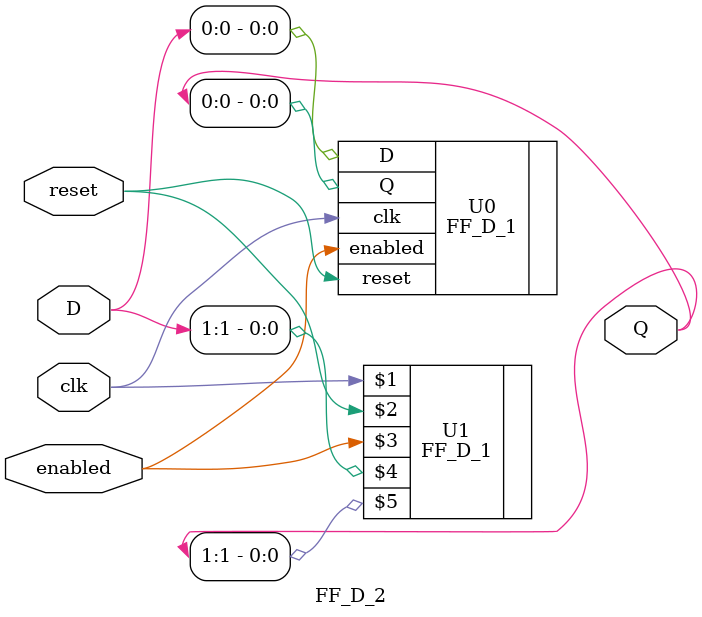
<source format=v>

module FF_D_2(input clk, reset, enabled, input [1:0] D, output [1:0] Q);

    FF_D_1 U1 (clk, reset, enabled, D[1], Q[1]);
    FF_D_1 U0 (.clk(clk), .reset(reset), .enabled(enabled), .D(D[0]), .Q(Q[0]));

endmodule

</source>
